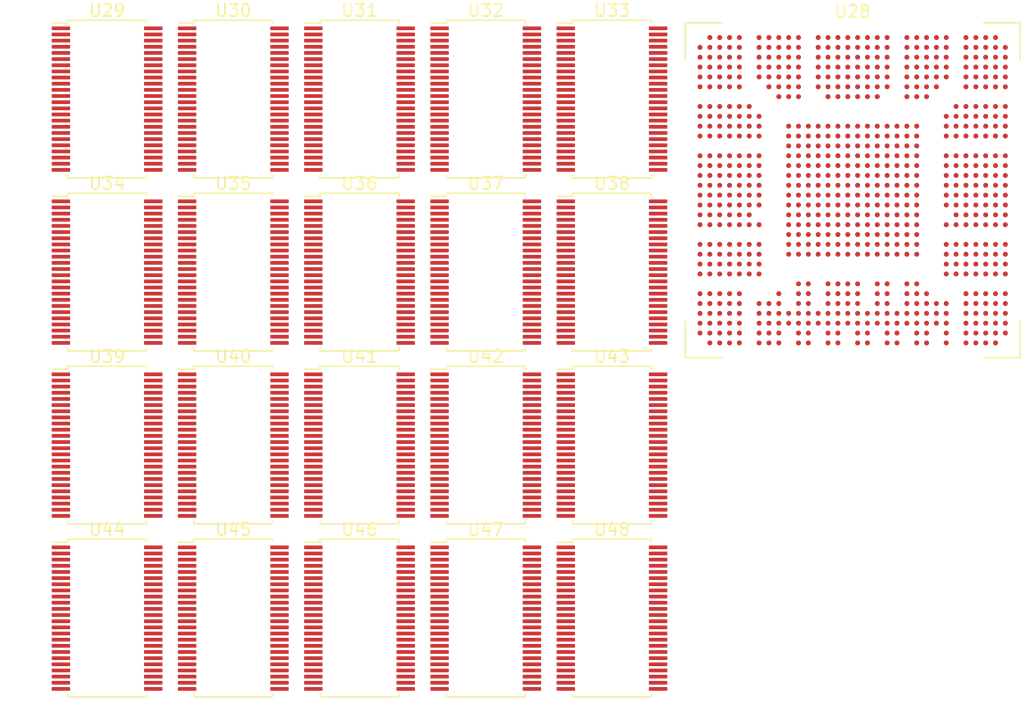
<source format=kicad_pcb>
(kicad_pcb (version 20221018) (generator pcbnew)
  (layers (0 "F.Cu" signal) (31 "B.Cu" signal) (34 "B.Paste" user) (35 "F.Paste" user) (36 "B.SilkS" user "B.Silkscreen") (37 "F.SilkS" user "F.Silkscreen") (38 "B.Mask" user) (39 "F.Mask" user) (44 "Edge.Cuts" user))
  (net 0 "")
  (net 27 "Net-(U28G-VCCIO6-PadAA10)")
  (net 28 "Net-(U28A-GND-PadAA11)")
  (net 29 "Net-(U28A-VCC-PadAA12)")
  (net 30 "Net-(U28E-VCCIO3-PadAA23)")
  (net 38 "Net-(U28I-VCCIO8-PadAB10)")
  (net 39 "Net-(U28F-VCCIO4-PadAB23)")
  (net 54 "Net-(U28A-VCCAUX-PadAC11)")
  (net 94 "Net-(U28A-VCCA1-PadAF22)")
  (net 100 "Net-(U28A-VCCA0-PadAG12)")
  (net 118 "Net-(U28A-VCCAUXA0-PadAJ15)")
  (net 119 "Net-(U28A-VCCAUXA1-PadAJ24)")
  (net 332 "Net-(U28B-VCCIO0-PadK12)")
  (net 333 "Net-(U28C-VCCIO1-PadK17)")
  (net 355 "Net-(U28H-VCCIO7-PadM10)")
  (net 356 "Net-(U28D-VCCIO2-PadM23)")
  (net 459 "Net-(U29C-GND)")
  (net 500 "Net-(U30C-GND)")
  (net 541 "Net-(U31C-GND)")
  (net 582 "Net-(U32C-GND)")
  (net 623 "Net-(U33C-GND)")
  (net 664 "Net-(U34C-GND)")
  (net 705 "Net-(U35C-GND)")
  (net 746 "Net-(U36C-GND)")
  (net 787 "Net-(U37C-GND)")
  (net 828 "Net-(U38C-GND)")
  (net 869 "Net-(U39C-GND)")
  (net 910 "Net-(U40C-GND)")
  (net 951 "Net-(U41C-GND)")
  (net 992 "Net-(U42C-GND)")
  (net 1033 "Net-(U43C-GND)")
  (net 1074 "Net-(U44C-GND)")
  (net 1115 "Net-(U45C-GND)")
  (net 1156 "Net-(U46C-GND)")
  (net 1197 "Net-(U47C-GND)")
  (net 1238 "Net-(U48C-GND)")
  (footprint "LRJ:TI_SN74LVCH16T245_6.2x12.6mm_P0.5mm" (layer "F.Cu") (at 121.85 102.4)
    (fp_text reference "U39")
    (fp_text value "SN74LVCH16T245DGGR")
  )
  (footprint "LRJ:TI_SN74LVCH16T245_6.2x12.6mm_P0.5mm" (layer "F.Cu") (at 121.85 74.3)
    (fp_text reference "U29")
    (fp_text value "SN74LVCH16T245DGGR")
  )
  (footprint "LRJ:TI_SN74LVCH16T245_6.2x12.6mm_P0.5mm" (layer "F.Cu") (at 132.1 102.4)
    (fp_text reference "U40")
    (fp_text value "SN74LVCH16T245DGGR")
  )
  (footprint "LRJ:TI_SN74LVCH16T245_6.2x12.6mm_P0.5mm" (layer "F.Cu") (at 142.35 102.4)
    (fp_text reference "U41")
    (fp_text value "SN74LVCH16T245DGGR")
  )
  (footprint "LRJ:TI_SN74LVCH16T245_6.2x12.6mm_P0.5mm" (layer "F.Cu") (at 152.6 116.45)
    (fp_text reference "U47")
    (fp_text value "SN74LVCH16T245DGGR")
  )
  (footprint "LRJ:TI_SN74LVCH16T245_6.2x12.6mm_P0.5mm" (layer "F.Cu") (at 162.85 74.3)
    (fp_text reference "U33")
    (fp_text value "SN74LVCH16T245DGGR")
  )
  (footprint "LRJ:TI_SN74LVCH16T245_6.2x12.6mm_P0.5mm" (layer "F.Cu") (at 132.1 74.3)
    (fp_text reference "U30")
    (fp_text value "SN74LVCH16T245DGGR")
  )
  (footprint "LRJ:TI_SN74LVCH16T245_6.2x12.6mm_P0.5mm" (layer "F.Cu") (at 132.1 88.35)
    (fp_text reference "U35")
    (fp_text value "SN74LVCH16T245DGGR")
  )
  (footprint "LRJ:TI_SN74LVCH16T245_6.2x12.6mm_P0.5mm" (layer "F.Cu") (at 142.35 74.3)
    (fp_text reference "U31")
    (fp_text value "SN74LVCH16T245DGGR")
  )
  (footprint "LRJ:TI_SN74LVCH16T245_6.2x12.6mm_P0.5mm" (layer "F.Cu") (at 162.85 102.4)
    (fp_text reference "U43")
    (fp_text value "SN74LVCH16T245DGGR")
  )
  (footprint "LRJ:TI_SN74LVCH16T245_6.2x12.6mm_P0.5mm" (layer "F.Cu") (at 142.35 116.45)
    (fp_text reference "U46")
    (fp_text value "SN74LVCH16T245DGGR")
  )
  (footprint "LRJ:TI_SN74LVCH16T245_6.2x12.6mm_P0.5mm" (layer "F.Cu") (at 152.6 74.3)
    (fp_text reference "U32")
    (fp_text value "SN74LVCH16T245DGGR")
  )
  (footprint "LRJ:TI_SN74LVCH16T245_6.2x12.6mm_P0.5mm" (layer "F.Cu") (at 162.85 116.45)
    (fp_text reference "U48")
    (fp_text value "SN74LVCH16T245DGGR")
  )
  (footprint "LRJ:TI_SN74LVCH16T245_6.2x12.6mm_P0.5mm" (layer "F.Cu") (at 162.85 88.35)
    (fp_text reference "U38")
    (fp_text value "SN74LVCH16T245DGGR")
  )
  (footprint "LRJ:TI_SN74LVCH16T245_6.2x12.6mm_P0.5mm" (layer "F.Cu") (at 152.6 88.35)
    (fp_text reference "U37")
    (fp_text value "SN74LVCH16T245DGGR")
  )
  (footprint "LRJ:TI_SN74LVCH16T245_6.2x12.6mm_P0.5mm" (layer "F.Cu") (at 121.85 88.35)
    (fp_text reference "U34")
    (fp_text value "SN74LVCH16T245DGGR")
  )
  (footprint "LRJ:TI_SN74LVCH16T245_6.2x12.6mm_P0.5mm" (layer "F.Cu") (at 152.6 102.4)
    (fp_text reference "U42")
    (fp_text value "SN74LVCH16T245DGGR")
  )
  (footprint "LRJ:TI_SN74LVCH16T245_6.2x12.6mm_P0.5mm" (layer "F.Cu") (at 142.35 88.35)
    (fp_text reference "U36")
    (fp_text value "SN74LVCH16T245DGGR")
  )
  (footprint "LRJ:TI_SN74LVCH16T245_6.2x12.6mm_P0.5mm" (layer "F.Cu") (at 132.1 116.45)
    (fp_text reference "U45")
    (fp_text value "SN74LVCH16T245DGGR")
  )
  (footprint "LRJ:Lattice_caBGA-756_27.0x27.0mm_Layout27.8x27.8_P0.8mm" (layer "F.Cu") (at 182.4 81.7)
    (fp_text reference "U28")
    (fp_text value "LFE5UM5G-85F-8BG756x")
  )
  (footprint "LRJ:TI_SN74LVCH16T245_6.2x12.6mm_P0.5mm" (layer "F.Cu") (at 121.85 116.45)
    (fp_text reference "U44")
    (fp_text value "SN74LVCH16T245DGGR")
  )
)
</source>
